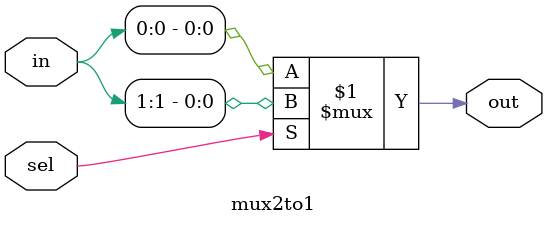
<source format=v>



module mux4to1 (input wire [1:0] sel, input wire [3:0] in, output reg out);
    always @(*)
        begin
            case (sel)
                2'b00: out = in[0]; 
                2'b01: out = in[1]; 
                2'b10: out = in[2]; 
                2'b11: out = in[3]; 
                default: out = 0;
            endcase
        end
endmodule

module mux2to1 (input wire sel, input wire [1:0] in, output reg out);
    assign out = (sel) ? in[1] : in[0];
endmodule

</source>
